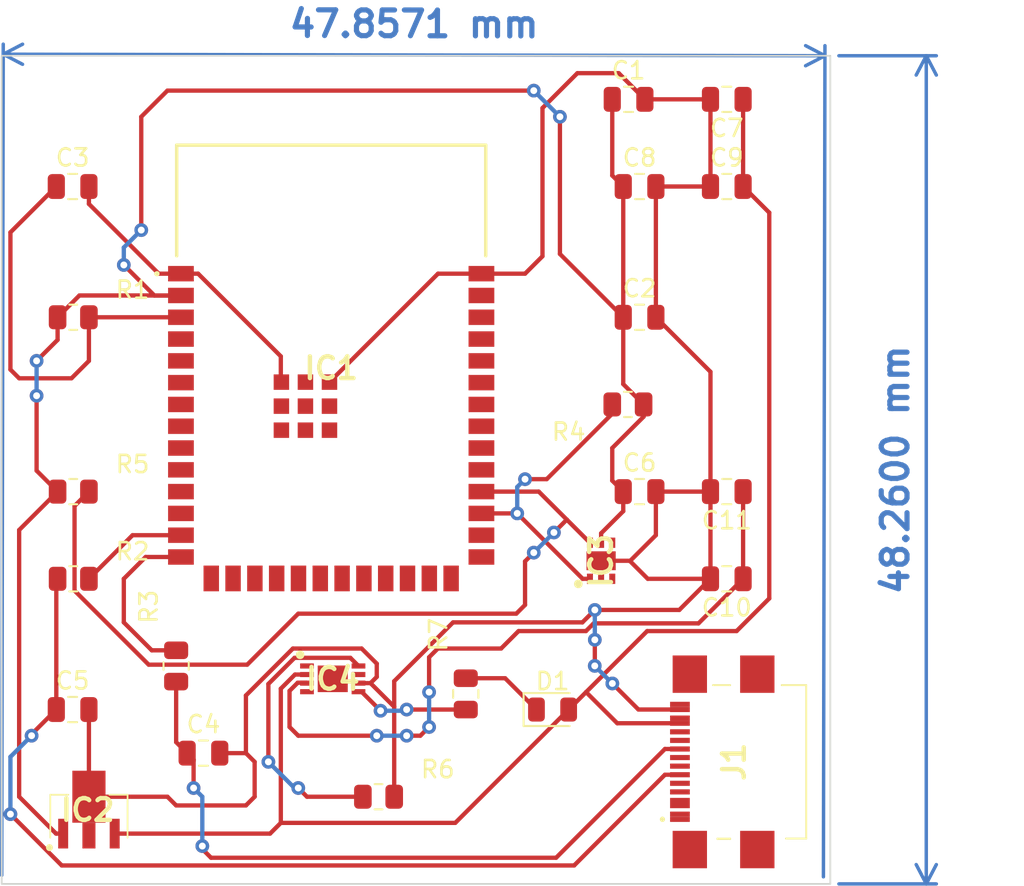
<source format=kicad_pcb>
(kicad_pcb (version 20221018) (generator pcbnew)
  (layers (0 "F.Cu" signal) (31 "B.Cu" signal) (34 "B.Paste" user) (35 "F.Paste" user) (36 "B.SilkS" user "B.Silkscreen") (37 "F.SilkS" user "F.Silkscreen") (38 "B.Mask" user) (39 "F.Mask" user) (44 "Edge.Cuts" user))
  (net 0 "")
  (net 1 "+3.3V")
  (net 2 "GND")
  (net 3 "EN")
  (net 4 "Net-(C4-Pad1)")
  (net 5 "Net-(C5-Pad1)")
  (net 6 "+5V")
  (net 7 "Net-(IC4-VBAT_1)")
  (net 8 "Net-(D1-K)")
  (net 18 "Net-(IC1-IO19)")
  (net 19 "Net-(IC1-IO20)")
  (net 34 "I2C{slash}SCL")
  (net 35 "I2C{slash}SDA")
  (net 48 "Net-(IC4-STAT)")
  (net 50 "Net-(IC4-PROG)")
  (footprint "Capacitor_SMD:C_0805_2012Metric" (layer "F.Cu") (at 49.85 38.1)
    (fp_text reference "C6" (at 0 -1.68) (layer "F.SilkS"))
    (fp_text value "0.1uF")
    (fp_line (start -0.261252 -0.735) (end 0.261252 -0.735) (stroke (width 0.12)) (layer "F.SilkS"))
    (fp_line (start -0.261252 0.735) (end 0.261252 0.735) (stroke (width 0.12)) (layer "F.SilkS"))
    (pad "1" smd roundrect (at -0.95 0) (size 1 1.45) (layers "F.Cu" "F.Paste" "F.Mask") (net 1 "+3.3V"))
    (pad "2" smd roundrect (at 0.95 0) (size 1 1.45) (layers "F.Cu" "F.Paste" "F.Mask") (net 2 "GND"))
  )
  (footprint "Resistor_SMD:R_0805_2012Metric" (layer "F.Cu") (at 16.8675 43.18)
    (fp_text reference "R2" (at 3.4525 -1.595) (layer "F.SilkS"))
    (fp_text value "R")
    (fp_line (start -0.227064 -0.735) (end 0.227064 -0.735) (stroke (width 0.12)) (layer "F.SilkS"))
    (fp_line (start -0.227064 0.735) (end 0.227064 0.735) (stroke (width 0.12)) (layer "F.SilkS"))
    (pad "1" smd roundrect (at -0.9125 0) (size 1.025 1.4) (layers "F.Cu" "F.Paste" "F.Mask") (roundrect_rratio 0.243902) (net 5 "Net-(C5-Pad1)"))
    (pad "2" smd roundrect (at 0.9125 0) (size 1.025 1.4) (layers "F.Cu" "F.Paste" "F.Mask") (roundrect_rratio 0.243902) (net 18 "Net-(IC1-IO19)"))
  )
  (footprint "Capacitor_SMD:C_0805_2012Metric" (layer "F.Cu") (at 54.93 43.18 180)
    (fp_text reference "C10" (at 0 -1.68) (layer "F.SilkS"))
    (fp_text value "4.7uF")
    (fp_line (start -0.261252 -0.735) (end 0.261252 -0.735) (stroke (width 0.12)) (layer "F.SilkS"))
    (fp_line (start -0.261252 0.735) (end 0.261252 0.735) (stroke (width 0.12)) (layer "F.SilkS"))
    (pad "1" smd roundrect (at -0.95 0 180) (size 1 1.45) (layers "F.Cu" "F.Paste" "F.Mask") (net 7 "Net-(IC4-VBAT_1)"))
    (pad "2" smd roundrect (at 0.95 0 180) (size 1 1.45) (layers "F.Cu" "F.Paste" "F.Mask") (net 2 "GND"))
  )
  (footprint "Capacitor_SMD:C_0805_2012Metric" (layer "F.Cu") (at 49.21 15.24)
    (fp_text reference "C1" (at 0 -1.68) (layer "F.SilkS"))
    (fp_text value "22uF")
    (fp_line (start -0.261252 -0.735) (end 0.261252 -0.735) (stroke (width 0.12)) (layer "F.SilkS"))
    (fp_line (start -0.261252 0.735) (end 0.261252 0.735) (stroke (width 0.12)) (layer "F.SilkS"))
    (pad "1" smd roundrect (at -0.95 0) (size 1 1.45) (layers "F.Cu" "F.Paste" "F.Mask") (net 1 "+3.3V"))
    (pad "2" smd roundrect (at 0.95 0) (size 1 1.45) (layers "F.Cu" "F.Paste" "F.Mask") (net 2 "GND"))
  )
  (footprint "Capacitor_SMD:C_0805_2012Metric" (layer "F.Cu") (at 24.45 53.34)
    (fp_text reference "C4" (at 0 -1.68) (layer "F.SilkS"))
    (fp_text value "1uF")
    (fp_line (start -0.261252 -0.735) (end 0.261252 -0.735) (stroke (width 0.12)) (layer "F.SilkS"))
    (fp_line (start -0.261252 0.735) (end 0.261252 0.735) (stroke (width 0.12)) (layer "F.SilkS"))
    (pad "1" smd roundrect (at -0.95 0) (size 1 1.45) (layers "F.Cu" "F.Paste" "F.Mask") (net 4 "Net-(C4-Pad1)"))
    (pad "2" smd roundrect (at 0.95 0) (size 1 1.45) (layers "F.Cu" "F.Paste" "F.Mask") (net 2 "GND"))
  )
  (footprint "Library:AP736539YG13" (layer "F.Cu") (at 17.78 58.145)
    (fp_text reference "IC2" (at -0.075 -1.49) (layer "F.SilkS") (effects (font (size 1.27 1.27) (thickness 0.254))))
    (fp_text value "AP7365-39YG-13" hide)
    (fp_line (start -2.3 0.6) (end -2.3 0.6) (stroke (width 0.2)) (layer "F.SilkS"))
    (fp_line (start -2.3 0.8) (end -2.3 0.8) (stroke (width 0.2)) (layer "F.SilkS"))
    (fp_line (start -2.25 -2.38) (end -2.25 0.12) (stroke (width 0.1)) (layer "F.SilkS"))
    (fp_line (start -1.2 -2.38) (end -2.25 -2.38) (stroke (width 0.1)) (layer "F.SilkS"))
    (fp_line (start 1.2 -2.38) (end 2.25 -2.38) (stroke (width 0.1)) (layer "F.SilkS"))
    (fp_line (start 2.25 -2.38) (end 2.25 0.12) (stroke (width 0.1)) (layer "F.SilkS"))
    (fp_arc (start -2.3 0.6) (mid -2.2 0.7) (end -2.3 0.8) (stroke (width 0.2)) (layer "F.SilkS"))
    (fp_arc (start -2.3 0.8) (mid -2.4 0.7) (end -2.3 0.6) (stroke (width 0.2)) (layer "F.SilkS"))
    (pad "1" smd rect (at -1.5 -0.115) (size 0.58 1.73) (layers "F.Cu" "F.Paste" "F.Mask") (net 1 "+3.3V"))
    (pad "2" smd rect (at 0 0) (size 0.76 1.5) (layers "F.Cu" "F.Paste" "F.Mask") (net 2 "GND"))
    (pad "3" smd rect (at 1.5 -0.115) (size 0.58 1.73) (layers "F.Cu" "F.Paste" "F.Mask") (net 6 "+5V"))
    (pad "4" smd rect (at 0 -2.265) (size 1.933 3.03) (layers "F.Cu" "F.Paste" "F.Mask") (net 2 "GND"))
  )
  (footprint "Capacitor_SMD:C_0805_2012Metric" (layer "F.Cu") (at 16.83 50.8)
    (fp_text reference "C5" (at 0 -1.68) (layer "F.SilkS"))
    (fp_text value "1uF")
    (fp_line (start -0.261252 -0.735) (end 0.261252 -0.735) (stroke (width 0.12)) (layer "F.SilkS"))
    (fp_line (start -0.261252 0.735) (end 0.261252 0.735) (stroke (width 0.12)) (layer "F.SilkS"))
    (pad "1" smd roundrect (at -0.95 0) (size 1 1.45) (layers "F.Cu" "F.Paste" "F.Mask") (net 5 "Net-(C5-Pad1)"))
    (pad "2" smd roundrect (at 0.95 0) (size 1 1.45) (layers "F.Cu" "F.Paste" "F.Mask") (net 2 "GND"))
  )
  (footprint "Resistor_SMD:R_0805_2012Metric" (layer "F.Cu") (at 34.6475 55.88)
    (fp_text reference "R6" (at 3.4525 -1.595) (layer "F.SilkS"))
    (fp_text value "4k")
    (fp_line (start -0.227064 -0.735) (end 0.227064 -0.735) (stroke (width 0.12)) (layer "F.SilkS"))
    (fp_line (start -0.227064 0.735) (end 0.227064 0.735) (stroke (width 0.12)) (layer "F.SilkS"))
    (pad "1" smd roundrect (at -0.9125 0) (size 1.025 1.4) (layers "F.Cu" "F.Paste" "F.Mask") (roundrect_rratio 0.243902) (net 50 "Net-(IC4-PROG)"))
    (pad "2" smd roundrect (at 0.9125 0) (size 1.025 1.4) (layers "F.Cu" "F.Paste" "F.Mask") (roundrect_rratio 0.243902) (net 2 "GND"))
  )
  (footprint "Resistor_SMD:R_0805_2012Metric" (layer "F.Cu") (at 16.8675 38.1)
    (fp_text reference "R5" (at 3.4525 -1.595) (layer "F.SilkS"))
    (fp_text value "5k")
    (fp_line (start -0.227064 -0.735) (end 0.227064 -0.735) (stroke (width 0.12)) (layer "F.SilkS"))
    (fp_line (start -0.227064 0.735) (end 0.227064 0.735) (stroke (width 0.12)) (layer "F.SilkS"))
    (pad "1" smd roundrect (at -0.9125 0) (size 1.025 1.4) (layers "F.Cu" "F.Paste" "F.Mask") (roundrect_rratio 0.243902) (net 1 "+3.3V"))
    (pad "2" smd roundrect (at 0.9125 0) (size 1.025 1.4) (layers "F.Cu" "F.Paste" "F.Mask") (roundrect_rratio 0.243902) (net 35 "I2C{slash}SDA"))
  )
  (footprint "Capacitor_SMD:C_0805_2012Metric" (layer "F.Cu") (at 49.85 27.94)
    (fp_text reference "C2" (at 0 -1.68) (layer "F.SilkS"))
    (fp_text value "0.1uF")
    (fp_line (start -0.261252 -0.735) (end 0.261252 -0.735) (stroke (width 0.12)) (layer "F.SilkS"))
    (fp_line (start -0.261252 0.735) (end 0.261252 0.735) (stroke (width 0.12)) (layer "F.SilkS"))
    (pad "1" smd roundrect (at -0.95 0) (size 1 1.45) (layers "F.Cu" "F.Paste" "F.Mask") (net 1 "+3.3V"))
    (pad "2" smd roundrect (at 0.95 0) (size 1 1.45) (layers "F.Cu" "F.Paste" "F.Mask") (net 2 "GND"))
  )
  (footprint "Resistor_SMD:R_0805_2012Metric" (layer "F.Cu") (at 22.86 48.26 90)
    (fp_text reference "R3" (at 3.4525 -1.595 90) (layer "F.SilkS"))
    (fp_text value "R")
    (fp_line (start -0.227064 -0.735) (end 0.227064 -0.735) (stroke (width 0.12)) (layer "F.SilkS"))
    (fp_line (start -0.227064 0.735) (end 0.227064 0.735) (stroke (width 0.12)) (layer "F.SilkS"))
    (pad "1" smd roundrect (at -0.9125 0 90) (size 1.025 1.4) (layers "F.Cu" "F.Paste" "F.Mask") (roundrect_rratio 0.243902) (net 4 "Net-(C4-Pad1)"))
    (pad "2" smd roundrect (at 0.9125 0 90) (size 1.025 1.4) (layers "F.Cu" "F.Paste" "F.Mask") (roundrect_rratio 0.243902) (net 19 "Net-(IC1-IO20)"))
  )
  (footprint "Resistor_SMD:R_0805_2012Metric" (layer "F.Cu") (at 49.1725 33.02 180)
    (fp_text reference "R4" (at 3.4525 -1.595) (layer "F.SilkS"))
    (fp_text value "5k")
    (fp_line (start -0.227064 -0.735) (end 0.227064 -0.735) (stroke (width 0.12)) (layer "F.SilkS"))
    (fp_line (start -0.227064 0.735) (end 0.227064 0.735) (stroke (width 0.12)) (layer "F.SilkS"))
    (pad "1" smd roundrect (at -0.9125 0 180) (size 1.025 1.4) (layers "F.Cu" "F.Paste" "F.Mask") (roundrect_rratio 0.243902) (net 1 "+3.3V"))
    (pad "2" smd roundrect (at 0.9125 0 180) (size 1.025 1.4) (layers "F.Cu" "F.Paste" "F.Mask") (roundrect_rratio 0.243902) (net 34 "I2C{slash}SCL"))
  )
  (footprint "Library:SON50P300X200X100-9N-D" (layer "F.Cu") (at 31.98 49.01)
    (fp_text reference "IC4" (at 0 0) (layer "F.SilkS") (effects (font (size 1.27 1.27) (thickness 0.254))))
    (fp_text value "MCP73831T-2DCI_MC" hide)
    (fp_circle (center -1.9 -1.4) (end -1.9 -1.275) (stroke (width 0.25)) (fill none) (layer "F.SilkS"))
    (pad "1" smd rect (at -1.5 -0.75 90) (size 0.3 0.8) (layers "F.Cu" "F.Paste" "F.Mask"))
    (pad "2" smd rect (at -1.5 -0.25 90) (size 0.3 0.8) (layers "F.Cu" "F.Paste" "F.Mask") (net 6 "+5V"))
    (pad "3" smd rect (at -1.5 0.25 90) (size 0.3 0.8) (layers "F.Cu" "F.Paste" "F.Mask") (net 7 "Net-(IC4-VBAT_1)"))
    (pad "4" smd rect (at -1.5 0.75 90) (size 0.3 0.8) (layers "F.Cu" "F.Paste" "F.Mask"))
    (pad "5" smd rect (at 1.5 0.75 90) (size 0.3 0.8) (layers "F.Cu" "F.Paste" "F.Mask") (net 48 "Net-(IC4-STAT)"))
    (pad "6" smd rect (at 1.5 0.25 90) (size 0.3 0.8) (layers "F.Cu" "F.Paste" "F.Mask") (net 2 "GND"))
    (pad "7" smd rect (at 1.5 -0.25 90) (size 0.3 0.8) (layers "F.Cu" "F.Paste" "F.Mask"))
    (pad "8" smd rect (at 1.5 -0.75 90) (size 0.3 0.8) (layers "F.Cu" "F.Paste" "F.Mask") (net 50 "Net-(IC4-PROG)"))
    (pad "9" smd rect (at 0 0 90) (size 1.55 1.75) (layers "F.Cu" "F.Paste" "F.Mask"))
  )
  (footprint "Library:ESP32S3WROOM1N8R8" (layer "F.Cu") (at 31.89 30.66)
    (fp_text reference "IC1" (at 0 0.25) (layer "F.SilkS") (effects (font (size 1.27 1.27) (thickness 0.254))))
    (fp_text value "ESP32-S3-WROOM-1-N8R8" hide)
    (fp_line (start -10.2 -5.26) (end -10.2 -5.26) (stroke (width 0.2)) (layer "F.SilkS"))
    (fp_line (start -10.2 -5.26) (end -10.2 -5.26) (stroke (width 0.2)) (layer "F.SilkS"))
    (fp_line (start -10.1 -5.26) (end -10.1 -5.26) (stroke (width 0.2)) (layer "F.SilkS"))
    (fp_line (start -9 -12.75) (end 9 -12.75) (stroke (width 0.2)) (layer "F.SilkS"))
    (fp_line (start -9 -6.3) (end -9 -12.75) (stroke (width 0.2)) (layer "F.SilkS"))
    (fp_line (start 9 -12.75) (end 9 -6.3) (stroke (width 0.2)) (layer "F.SilkS"))
    (fp_arc (start -10.2 -5.26) (mid -10.15 -5.31) (end -10.1 -5.26) (stroke (width 0.2)) (layer "F.SilkS"))
    (fp_arc (start -10.1 -5.26) (mid -10.15 -5.21) (end -10.2 -5.26) (stroke (width 0.2)) (layer "F.SilkS"))
    (fp_arc (start -10.1 -5.26) (mid -10.15 -5.21) (end -10.2 -5.26) (stroke (width 0.2)) (layer "F.SilkS"))
    (pad "1" smd rect (at -8.75 -5.26 90) (size 0.9 1.5) (layers "F.Cu" "F.Paste" "F.Mask") (net 2 "GND"))
    (pad "2" smd rect (at -8.75 -3.99 90) (size 0.9 1.5) (layers "F.Cu" "F.Paste" "F.Mask") (net 1 "+3.3V"))
    (pad "3" smd rect (at -8.75 -2.72 90) (size 0.9 1.5) (layers "F.Cu" "F.Paste" "F.Mask") (net 3 "EN"))
    (pad "4" smd rect (at -8.75 -1.45 90) (size 0.9 1.5) (layers "F.Cu" "F.Paste" "F.Mask"))
    (pad "5" smd rect (at -8.75 -0.18 90) (size 0.9 1.5) (layers "F.Cu" "F.Paste" "F.Mask"))
    (pad "6" smd rect (at -8.75 1.09 90) (size 0.9 1.5) (layers "F.Cu" "F.Paste" "F.Mask"))
    (pad "7" smd rect (at -8.75 2.36 90) (size 0.9 1.5) (layers "F.Cu" "F.Paste" "F.Mask"))
    (pad "8" smd rect (at -8.75 3.63 90) (size 0.9 1.5) (layers "F.Cu" "F.Paste" "F.Mask"))
    (pad "9" smd rect (at -8.75 4.9 90) (size 0.9 1.5) (layers "F.Cu" "F.Paste" "F.Mask"))
    (pad "10" smd rect (at -8.75 6.17 90) (size 0.9 1.5) (layers "F.Cu" "F.Paste" "F.Mask"))
    (pad "11" smd rect (at -8.75 7.44 90) (size 0.9 1.5) (layers "F.Cu" "F.Paste" "F.Mask"))
    (pad "12" smd rect (at -8.75 8.71 90) (size 0.9 1.5) (layers "F.Cu" "F.Paste" "F.Mask"))
    (pad "13" smd rect (at -8.75 9.98 90) (size 0.9 1.5) (layers "F.Cu" "F.Paste" "F.Mask") (net 18 "Net-(IC1-IO19)"))
    (pad "14" smd rect (at -8.75 11.25 90) (size 0.9 1.5) (layers "F.Cu" "F.Paste" "F.Mask") (net 19 "Net-(IC1-IO20)"))
    (pad "15" smd rect (at -6.985 12.5) (size 0.9 1.5) (layers "F.Cu" "F.Paste" "F.Mask"))
    (pad "16" smd rect (at -5.715 12.5) (size 0.9 1.5) (layers "F.Cu" "F.Paste" "F.Mask"))
    (pad "17" smd rect (at -4.445 12.5) (size 0.9 1.5) (layers "F.Cu" "F.Paste" "F.Mask"))
    (pad "18" smd rect (at -3.175 12.5) (size 0.9 1.5) (layers "F.Cu" "F.Paste" "F.Mask"))
    (pad "19" smd rect (at -1.905 12.5) (size 0.9 1.5) (layers "F.Cu" "F.Paste" "F.Mask"))
    (pad "20" smd rect (at -0.635 12.5) (size 0.9 1.5) (layers "F.Cu" "F.Paste" "F.Mask"))
    (pad "21" smd rect (at 0.635 12.5) (size 0.9 1.5) (layers "F.Cu" "F.Paste" "F.Mask"))
    (pad "22" smd rect (at 1.905 12.5) (size 0.9 1.5) (layers "F.Cu" "F.Paste" "F.Mask"))
    (pad "23" smd rect (at 3.175 12.5) (size 0.9 1.5) (layers "F.Cu" "F.Paste" "F.Mask"))
    (pad "24" smd rect (at 4.445 12.5) (size 0.9 1.5) (layers "F.Cu" "F.Paste" "F.Mask"))
    (pad "25" smd rect (at 5.715 12.5) (size 0.9 1.5) (layers "F.Cu" "F.Paste" "F.Mask"))
    (pad "26" smd rect (at 6.985 12.5) (size 0.9 1.5) (layers "F.Cu" "F.Paste" "F.Mask"))
    (pad "27" smd rect (at 8.75 11.25 90) (size 0.9 1.5) (layers "F.Cu" "F.Paste" "F.Mask"))
    (pad "28" smd rect (at 8.75 9.98 90) (size 0.9 1.5) (layers "F.Cu" "F.Paste" "F.Mask"))
    (pad "29" smd rect (at 8.75 8.71 90) (size 0.9 1.5) (layers "F.Cu" "F.Paste" "F.Mask") (net 34 "I2C{slash}SCL"))
    (pad "30" smd rect (at 8.75 7.44 90) (size 0.9 1.5) (layers "F.Cu" "F.Paste" "F.Mask") (net 35 "I2C{slash}SDA"))
    (pad "31" smd rect (at 8.75 6.17 90) (size 0.9 1.5) (layers "F.Cu" "F.Paste" "F.Mask"))
    (pad "32" smd rect (at 8.75 4.9 90) (size 0.9 1.5) (layers "F.Cu" "F.Paste" "F.Mask"))
    (pad "33" smd rect (at 8.75 3.63 90) (size 0.9 1.5) (layers "F.Cu" "F.Paste" "F.Mask"))
    (pad "34" smd rect (at 8.75 2.36 90) (size 0.9 1.5) (layers "F.Cu" "F.Paste" "F.Mask"))
    (pad "35" smd rect (at 8.75 1.09 90) (size 0.9 1.5) (layers "F.Cu" "F.Paste" "F.Mask"))
    (pad "36" smd rect (at 8.75 -0.18 90) (size 0.9 1.5) (layers "F.Cu" "F.Paste" "F.Mask"))
    (pad "37" smd rect (at 8.75 -1.45 90) (size 0.9 1.5) (layers "F.Cu" "F.Paste" "F.Mask"))
    (pad "38" smd rect (at 8.75 -2.72 90) (size 0.9 1.5) (layers "F.Cu" "F.Paste" "F.Mask"))
    (pad "39" smd rect (at 8.75 -3.99 90) (size 0.9 1.5) (layers "F.Cu" "F.Paste" "F.Mask"))
    (pad "40" smd rect (at 8.75 -5.26 90) (size 0.9 1.5) (layers "F.Cu" "F.Paste" "F.Mask") (net 2 "GND"))
    (pad "41" smd rect (at -1.5 2.46) (size 0.9 0.9) (layers "F.Cu" "F.Paste" "F.Mask") (net 2 "GND"))
    (pad "42" smd rect (at -1.5 1.06) (size 0.9 0.9) (layers "F.Cu" "F.Paste" "F.Mask") (net 2 "GND"))
    (pad "43" smd rect (at -2.9 1.06) (size 0.9 0.9) (layers "F.Cu" "F.Paste" "F.Mask") (net 2 "GND"))
    (pad "44" smd rect (at -2.9 2.46) (size 0.9 0.9) (layers "F.Cu" "F.Paste" "F.Mask") (net 2 "GND"))
    (pad "45" smd rect (at -2.9 3.86) (size 0.9 0.9) (layers "F.Cu" "F.Paste" "F.Mask") (net 2 "GND"))
    (pad "46" smd rect (at -1.5 3.86) (size 0.9 0.9) (layers "F.Cu" "F.Paste" "F.Mask") (net 2 "GND"))
    (pad "47" smd rect (at -0.1 3.86) (size 0.9 0.9) (layers "F.Cu" "F.Paste" "F.Mask") (net 2 "GND"))
    (pad "48" smd rect (at -0.1 2.46) (size 0.9 0.9) (layers "F.Cu" "F.Paste" "F.Mask") (net 2 "GND"))
    (pad "49" smd rect (at -0.1 1.06) (size 0.9 0.9) (layers "F.Cu" "F.Paste" "F.Mask") (net 2 "GND"))
  )
  (footprint "Capacitor_SMD:C_0805_2012Metric" (layer "F.Cu") (at 49.85 20.32)
    (fp_text reference "C8" (at 0 -1.68) (layer "F.SilkS"))
    (fp_text value "1uF")
    (fp_line (start -0.261252 -0.735) (end 0.261252 -0.735) (stroke (width 0.12)) (layer "F.SilkS"))
    (fp_line (start -0.261252 0.735) (end 0.261252 0.735) (stroke (width 0.12)) (layer "F.SilkS"))
    (pad "1" smd roundrect (at -0.95 0) (size 1 1.45) (layers "F.Cu" "F.Paste" "F.Mask") (net 1 "+3.3V"))
    (pad "2" smd roundrect (at 0.95 0) (size 1 1.45) (layers "F.Cu" "F.Paste" "F.Mask") (net 2 "GND"))
  )
  (footprint "Capacitor_SMD:C_0805_2012Metric" (layer "F.Cu") (at 54.93 38.1 180)
    (fp_text reference "C11" (at 0 -1.68) (layer "F.SilkS"))
    (fp_text value "C")
    (fp_line (start -0.261252 -0.735) (end 0.261252 -0.735) (stroke (width 0.12)) (layer "F.SilkS"))
    (fp_line (start -0.261252 0.735) (end 0.261252 0.735) (stroke (width 0.12)) (layer "F.SilkS"))
    (pad "1" smd roundrect (at -0.95 0 180) (size 1 1.45) (layers "F.Cu" "F.Paste" "F.Mask") (net 7 "Net-(IC4-VBAT_1)"))
    (pad "2" smd roundrect (at 0.95 0 180) (size 1 1.45) (layers "F.Cu" "F.Paste" "F.Mask") (net 2 "GND"))
  )
  (footprint "Capacitor_SMD:C_0805_2012Metric" (layer "F.Cu") (at 16.83 20.32)
    (fp_text reference "C3" (at 0 -1.68) (layer "F.SilkS"))
    (fp_text value "1uF")
    (fp_line (start -0.261252 -0.735) (end 0.261252 -0.735) (stroke (width 0.12)) (layer "F.SilkS"))
    (fp_line (start -0.261252 0.735) (end 0.261252 0.735) (stroke (width 0.12)) (layer "F.SilkS"))
    (pad "1" smd roundrect (at -0.95 0) (size 1 1.45) (layers "F.Cu" "F.Paste" "F.Mask") (net 3 "EN"))
    (pad "2" smd roundrect (at 0.95 0) (size 1 1.45) (layers "F.Cu" "F.Paste" "F.Mask") (net 2 "GND"))
  )
  (footprint "Capacitor_SMD:C_0805_2012Metric" (layer "F.Cu") (at 54.93 15.24 180)
    (fp_text reference "C7" (at 0 -1.68) (layer "F.SilkS"))
    (fp_text value "1uF")
    (fp_line (start -0.261252 -0.735) (end 0.261252 -0.735) (stroke (width 0.12)) (layer "F.SilkS"))
    (fp_line (start -0.261252 0.735) (end 0.261252 0.735) (stroke (width 0.12)) (layer "F.SilkS"))
    (pad "1" smd roundrect (at -0.95 0 180) (size 1 1.45) (layers "F.Cu" "F.Paste" "F.Mask") (net 6 "+5V"))
    (pad "2" smd roundrect (at 0.95 0 180) (size 1 1.45) (layers "F.Cu" "F.Paste" "F.Mask") (net 2 "GND"))
  )
  (footprint "Library:USB4110GFA" (layer "F.Cu") (at 55.88 53.848 90)
    (fp_text reference "J1" (at 0 -0.536 90) (layer "F.SilkS") (effects (font (size 1.27 1.27) (thickness 0.254))))
    (fp_text value "USB4110-GF-A" hide)
    (fp_line (start -4.5 -1.5) (end -4.5 -0.75) (stroke (width 0.1)) (layer "F.SilkS"))
    (fp_line (start -4.5 -0.75) (end -4.47 -0.75) (stroke (width 0.1)) (layer "F.SilkS"))
    (fp_line (start -4.47 -1.5) (end -4.5 -1.5) (stroke (width 0.1)) (layer "F.SilkS"))
    (fp_line (start -4.47 -0.75) (end -4.47 -1.5) (stroke (width 0.1)) (layer "F.SilkS"))
    (fp_line (start -4.47 2.5) (end -4.47 2.5) (stroke (width 0.1)) (layer "F.SilkS"))
    (fp_line (start -4.47 2.5) (end -4.47 3.677) (stroke (width 0.1)) (layer "F.SilkS"))
    (fp_line (start -4.47 3.677) (end -4.47 2.5) (stroke (width 0.1)) (layer "F.SilkS"))
    (fp_line (start -4.47 3.677) (end -4.47 3.677) (stroke (width 0.1)) (layer "F.SilkS"))
    (fp_line (start -4.47 3.677) (end -4.47 3.677) (stroke (width 0.1)) (layer "F.SilkS"))
    (fp_line (start -4.47 3.677) (end 4.47 3.677) (stroke (width 0.1)) (layer "F.SilkS"))
    (fp_line (start -3.4 -4.7) (end -3.4 -4.7) (stroke (width 0.2)) (layer "F.SilkS"))
    (fp_line (start -3.4 -4.7) (end -3.4 -4.7) (stroke (width 0.2)) (layer "F.SilkS"))
    (fp_line (start -3.3 -4.7) (end -3.3 -4.7) (stroke (width 0.2)) (layer "F.SilkS"))
    (fp_line (start 4.47 -1.75) (end 4.47 -1.75) (stroke (width 0.1)) (layer "F.SilkS"))
    (fp_line (start 4.47 -1.75) (end 4.47 -0.75) (stroke (width 0.1)) (layer "F.SilkS"))
    (fp_line (start 4.47 -0.75) (end 4.47 -1.75) (stroke (width 0.1)) (layer "F.SilkS"))
    (fp_line (start 4.47 -0.75) (end 4.47 -0.75) (stroke (width 0.1)) (layer "F.SilkS"))
    (fp_line (start 4.47 2.25) (end 4.47 2.25) (stroke (width 0.1)) (layer "F.SilkS"))
    (fp_line (start 4.47 2.25) (end 4.47 3.677) (stroke (width 0.1)) (layer "F.SilkS"))
    (fp_line (start 4.47 3.677) (end -4.47 3.677) (stroke (width 0.1)) (layer "F.SilkS"))
    (fp_line (start 4.47 3.677) (end 4.47 2.25) (stroke (width 0.1)) (layer "F.SilkS"))
    (fp_line (start 4.47 3.677) (end 4.47 3.677) (stroke (width 0.1)) (layer "F.SilkS"))
    (fp_line (start 4.47 3.677) (end 4.47 3.677) (stroke (width 0.1)) (layer "F.SilkS"))
    (fp_arc (start -3.4 -4.7) (mid -3.35 -4.75) (end -3.3 -4.7) (stroke (width 0.2)) (layer "F.SilkS"))
    (fp_arc (start -3.3 -4.7) (mid -3.35 -4.65) (end -3.4 -4.7) (stroke (width 0.2)) (layer "F.SilkS"))
    (fp_arc (start -3.3 -4.7) (mid -3.35 -4.65) (end -3.4 -4.7) (stroke (width 0.2)) (layer "F.SilkS"))
    (pad "" np_thru_hole circle (at -2.89 -2.603 90) (size 0.65 0.65) (drill 0.65) (layers "*.Cu" "*.Mask"))
    (pad "" np_thru_hole circle (at 2.89 -2.603 90) (size 0.65 0.65) (drill 0.65) (layers "*.Cu" "*.Mask"))
    (pad "A1" smd rect (at -3.35 -3.678 90) (size 0.3 1.15) (layers "F.Cu" "F.Paste" "F.Mask") (net 2 "GND"))
    (pad "A4" smd rect (at -2.55 -3.678 90) (size 0.3 1.15) (layers "F.Cu" "F.Paste" "F.Mask") (net 6 "+5V"))
    (pad "A5" smd rect (at -1.25 -3.678 90) (size 0.3 1.15) (layers "F.Cu" "F.Paste" "F.Mask"))
    (pad "A6" smd rect (at -0.25 -3.678 90) (size 0.3 1.15) (layers "F.Cu" "F.Paste" "F.Mask"))
    (pad "A7" smd rect (at 0.25 -3.678 90) (size 0.3 1.15) (layers "F.Cu" "F.Paste" "F.Mask"))
    (pad "A8" smd rect (at 1.25 -3.678 90) (size 0.3 1.15) (layers "F.Cu" "F.Paste" "F.Mask"))
    (pad "A9" smd rect (at 2.55 -3.678 90) (size 0.3 1.15) (layers "F.Cu" "F.Paste" "F.Mask") (net 6 "+5V"))
    (pad "A12" smd rect (at 3.35 -3.678 90) (size 0.3 1.15) (layers "F.Cu" "F.Paste" "F.Mask") (net 2 "GND"))
    (pad "B1" smd rect (at 3.05 -3.678 90) (size 0.3 1.15) (layers "F.Cu" "F.Paste" "F.Mask") (net 2 "GND"))
    (pad "B4" smd rect (at 2.25 -3.678 90) (size 0.3 1.15) (layers "F.Cu" "F.Paste" "F.Mask") (net 6 "+5V"))
    (pad "B5" smd rect (at 1.75 -3.678 90) (size 0.3 1.15) (layers "F.Cu" "F.Paste" "F.Mask"))
    (pad "B6" smd rect (at 0.75 -3.678 90) (size 0.3 1.15) (layers "F.Cu" "F.Paste" "F.Mask") (net 4 "Net-(C4-Pad1)"))
    (pad "B7" smd rect (at -0.75 -3.678 90) (size 0.3 1.15) (layers "F.Cu" "F.Paste" "F.Mask") (net 5 "Net-(C5-Pad1)"))
    (pad "B8" smd rect (at -1.75 -3.678 90) (size 0.3 1.15) (layers "F.Cu" "F.Paste" "F.Mask"))
    (pad "B9" smd rect (at -2.25 -3.678 90) (size 0.3 1.15) (layers "F.Cu" "F.Paste" "F.Mask") (net 6 "+5V"))
    (pad "B12" smd rect (at -3.05 -3.678 90) (size 0.3 1.15) (layers "F.Cu" "F.Paste" "F.Mask") (net 2 "GND"))
    (pad "MP1" smd rect (at -5.11 0.827 180) (size 2 2.18) (layers "F.Cu" "F.Paste" "F.Mask"))
    (pad "MP2" smd rect (at 5.11 0.827 180) (size 2 2.18) (layers "F.Cu" "F.Paste" "F.Mask"))
    (pad "MP3" smd rect (at -5.11 -3.103 180) (size 2 2.18) (layers "F.Cu" "F.Paste" "F.Mask"))
    (pad "MP4" smd rect (at 5.11 -3.103 180) (size 2 2.18) (layers "F.Cu" "F.Paste" "F.Mask"))
  )
  (footprint "LED_SMD:LED_0805_2012Metric" (layer "F.Cu") (at 44.7825 50.8)
    (fp_text reference "D1" (at 0 -1.65) (layer "F.SilkS"))
    (fp_text value "LED")
    (fp_line (start -1.685 -0.96) (end -1.685 0.96) (stroke (width 0.12)) (layer "F.SilkS"))
    (fp_line (start -1.685 0.96) (end 1 0.96) (stroke (width 0.12)) (layer "F.SilkS"))
    (fp_line (start 1 -0.96) (end -1.685 -0.96) (stroke (width 0.12)) (layer "F.SilkS"))
    (pad "1" smd roundrect (at -0.9375 0) (size 0.975 1.4) (layers "F.Cu" "F.Paste" "F.Mask") (net 8 "Net-(D1-K)"))
    (pad "2" smd roundrect (at 0.9375 0) (size 0.975 1.4) (layers "F.Cu" "F.Paste" "F.Mask") (net 6 "+5V"))
  )
  (footprint "Resistor_SMD:R_0805_2012Metric" (layer "F.Cu") (at 16.8675 27.94)
    (fp_text reference "R1" (at 3.4525 -1.595) (layer "F.SilkS"))
    (fp_text value "10k")
    (fp_line (start -0.227064 -0.735) (end 0.227064 -0.735) (stroke (width 0.12)) (layer "F.SilkS"))
    (fp_line (start -0.227064 0.735) (end 0.227064 0.735) (stroke (width 0.12)) (layer "F.SilkS"))
    (pad "1" smd roundrect (at -0.9125 0) (size 1.025 1.4) (layers "F.Cu" "F.Paste" "F.Mask") (roundrect_rratio 0.243902) (net 1 "+3.3V"))
    (pad "2" smd roundrect (at 0.9125 0) (size 1.025 1.4) (layers "F.Cu" "F.Paste" "F.Mask") (roundrect_rratio 0.243902) (net 3 "EN"))
  )
  (footprint "Resistor_SMD:R_0805_2012Metric" (layer "F.Cu") (at 39.7275 49.8875 90)
    (fp_text reference "R7" (at 3.4525 -1.595 90) (layer "F.SilkS"))
    (fp_text value "470")
    (fp_line (start -0.227064 -0.735) (end 0.227064 -0.735) (stroke (width 0.12)) (layer "F.SilkS"))
    (fp_line (start -0.227064 0.735) (end 0.227064 0.735) (stroke (width 0.12)) (layer "F.SilkS"))
    (pad "1" smd roundrect (at -0.9125 0 90) (size 1.025 1.4) (layers "F.Cu" "F.Paste" "F.Mask") (roundrect_rratio 0.243902) (net 48 "Net-(IC4-STAT)"))
    (pad "2" smd roundrect (at 0.9125 0 90) (size 1.025 1.4) (layers "F.Cu" "F.Paste" "F.Mask") (roundrect_rratio 0.243902) (net 8 "Net-(D1-K)"))
  )
  (footprint "Capacitor_SMD:C_0805_2012Metric" (layer "F.Cu") (at 54.93 20.32)
    (fp_text reference "C9" (at 0 -1.68) (layer "F.SilkS"))
    (fp_text value "C")
    (fp_line (start -0.261252 -0.735) (end 0.261252 -0.735) (stroke (width 0.12)) (layer "F.SilkS"))
    (fp_line (start -0.261252 0.735) (end 0.261252 0.735) (stroke (width 0.12)) (layer "F.SilkS"))
    (pad "1" smd roundrect (at -0.95 0) (size 1 1.45) (layers "F.Cu" "F.Paste" "F.Mask") (net 2 "GND"))
    (pad "2" smd roundrect (at 0.95 0) (size 1 1.45) (layers "F.Cu" "F.Paste" "F.Mask") (net 6 "+5V"))
  )
  (footprint "Library:SON65P200X200X80-7N" (layer "F.Cu") (at 47.61 42.13 90)
    (fp_text reference "IC3" (at 0 0 90) (layer "F.SilkS") (effects (font (size 1.27 1.27) (thickness 0.254))))
    (fp_text value "TMP117AIDRVR" hide)
    (fp_circle (center -1.35 -1.325) (end -1.35 -1.2) (stroke (width 0.25)) (fill none) (layer "F.SilkS"))
    (pad "1" smd rect (at -1.05 -0.65 180) (size 0.35 0.6) (layers "F.Cu" "F.Paste" "F.Mask") (net 34 "I2C{slash}SCL"))
    (pad "2" smd rect (at -1.05 0 180) (size 0.35 0.6) (layers "F.Cu" "F.Paste" "F.Mask") (net 2 "GND"))
    (pad "3" smd rect (at -1.05 0.65 180) (size 0.35 0.6) (layers "F.Cu" "F.Paste" "F.Mask"))
    (pad "4" smd rect (at 1.05 0.65 180) (size 0.35 0.6) (layers "F.Cu" "F.Paste" "F.Mask") (net 2 "GND"))
    (pad "5" smd rect (at 1.05 0 180) (size 0.35 0.6) (layers "F.Cu" "F.Paste" "F.Mask") (net 1 "+3.3V"))
    (pad "6" smd rect (at 1.05 -0.65 180) (size 0.35 0.6) (layers "F.Cu" "F.Paste" "F.Mask") (net 35 "I2C{slash}SDA"))
    (pad "7" smd rect (at 0 0 90) (size 1.1 1.7) (layers "F.Cu" "F.Paste" "F.Mask") (net 2 "GND"))
  )
  (gr_rect (start 12.7 12.7) (end 60.96 60.96) (stroke (width 0.1)) (fill none) (layer "Edge.Cuts"))
  (dimension (type aligned) (layer "B.Cu") (pts (xy 60.96 60.96) (xy 60.96 12.7)) (height 5.588) (gr_text "48,2600 mm" (at 64.748 36.83 90) (layer "B.Cu") (effects (font (size 1.5 1.5) (thickness 0.3)))) (format (prefix "") (suffix "") (units 3) (units_format 1) (precision 4)) (style (thickness 0.2) (arrow_length 1.27) (text_position_mode 0) (extension_height 0.58642) (extension_offset 0.5) keep_text_aligned))
  (dimension (type aligned) (layer "B.Cu") (pts (xy 12.7 60.96) (xy 60.557 61.048)) (height -48.348659) (gr_text "47,8571 mm" (at 36.720714 10.855426 359.894644) (layer "B.Cu") (effects (font (size 1.5 1.5) (thickness 0.3)))) (format (prefix "") (suffix "") (units 3) (units_format 1) (precision 4)) (style (thickness 0.2) (arrow_length 1.27) (text_position_mode 0) (extension_height 0.58642) (extension_offset 0.5) keep_text_aligned))
  (segment (start 48.26 37.46) (end 48.26 35.56) (width 0.25) (layer "F.Cu") (net 1))
  (segment (start 21.59 26.67) (end 19.812 24.892) (width 0.25) (layer "F.Cu") (net 1))
  (segment (start 22.352 14.732) (end 43.688 14.732) (width 0.25) (layer "F.Cu") (net 1))
  (segment (start 48.26 35.56) (end 50.085 33.735) (width 0.25) (layer "F.Cu") (net 1))
  (segment (start 15.866 58.03) (end 16.28 58.03) (width 0.25) (layer "F.Cu") (net 1))
  (segment (start 48.9 20.32) (end 48.9 27.94) (width 0.25) (layer "F.Cu") (net 1))
  (segment (start 13.716 40.339) (end 13.716 55.88) (width 0.25) (layer "F.Cu") (net 1))
  (segment (start 15.955 29.257) (end 14.732 30.48) (width 0.25) (layer "F.Cu") (net 1))
  (segment (start 50.085 33.735) (end 50.085 33.02) (width 0.25) (layer "F.Cu") (net 1))
  (segment (start 48.9 27.94) (end 45.212 24.252) (width 0.25) (layer "F.Cu") (net 1))
  (segment (start 48.9 31.835) (end 50.085 33.02) (width 0.25) (layer "F.Cu") (net 1))
  (segment (start 20.828 22.86) (end 20.828 16.256) (width 0.25) (layer "F.Cu") (net 1))
  (segment (start 13.716 55.88) (end 15.866 58.03) (width 0.25) (layer "F.Cu") (net 1))
  (segment (start 48.26 19.68) (end 48.9 20.32) (width 0.25) (layer "F.Cu") (net 1))
  (segment (start 48.9 38.1) (end 48.26 37.46) (width 0.25) (layer "F.Cu") (net 1))
  (segment (start 47.61 40.53) (end 47.61 41.08) (width 0.25) (layer "F.Cu") (net 1))
  (segment (start 15.955 38.1) (end 13.716 40.339) (width 0.25) (layer "F.Cu") (net 1))
  (segment (start 23.14 26.67) (end 21.59 26.67) (width 0.25) (layer "F.Cu") (net 1))
  (segment (start 48.9 38.1) (end 48.9 39.24) (width 0.25) (layer "F.Cu") (net 1))
  (segment (start 14.732 32.512) (end 14.732 36.877) (width 0.25) (layer "F.Cu") (net 1))
  (segment (start 14.732 36.877) (end 15.955 38.1) (width 0.25) (layer "F.Cu") (net 1))
  (segment (start 15.955 27.94) (end 15.955 29.257) (width 0.25) (layer "F.Cu") (net 1))
  (segment (start 45.212 24.252) (end 45.212 16.256) (width 0.25) (layer "F.Cu") (net 1))
  (segment (start 48.26 15.24) (end 48.26 19.68) (width 0.25) (layer "F.Cu") (net 1))
  (segment (start 20.828 16.256) (end 22.352 14.732) (width 0.25) (layer "F.Cu") (net 1))
  (segment (start 48.9 39.24) (end 47.61 40.53) (width 0.25) (layer "F.Cu") (net 1))
  (segment (start 23.14 26.67) (end 17.225 26.67) (width 0.25) (layer "F.Cu") (net 1))
  (segment (start 48.9 27.94) (end 48.9 31.835) (width 0.25) (layer "F.Cu") (net 1))
  (segment (start 17.225 26.67) (end 15.955 27.94) (width 0.25) (layer "F.Cu") (net 1))
  (via (at 20.828 22.86) (size 0.8) (drill 0.4) (layers "F.Cu" "B.Cu") (net 1))
  (via (at 19.812 24.892) (size 0.8) (drill 0.4) (layers "F.Cu" "B.Cu") (net 1))
  (via (at 43.688 14.732) (size 0.8) (drill 0.4) (layers "F.Cu" "B.Cu") (net 1))
  (via (at 45.212 16.256) (size 0.8) (drill 0.4) (layers "F.Cu" "B.Cu") (net 1))
  (via (at 14.732 32.512) (size 0.8) (drill 0.4) (layers "F.Cu" "B.Cu") (net 1))
  (via (at 14.732 30.48) (size 0.8) (drill 0.4) (layers "F.Cu" "B.Cu") (net 1))
  (segment (start 45.212 16.256) (end 43.688 14.732) (width 0.25) (layer "B.Cu") (net 1))
  (segment (start 14.732 30.48) (end 14.732 32.512) (width 0.25) (layer "B.Cu") (net 1))
  (segment (start 19.812 24.892) (end 19.812 23.876) (width 0.25) (layer "B.Cu") (net 1))
  (segment (start 19.812 23.876) (end 20.828 22.86) (width 0.25) (layer "B.Cu") (net 1))
  (segment (start 53.98 43.18) (end 50.326 43.18) (width 0.25) (layer "F.Cu") (net 2))
  (segment (start 34.18 49.26) (end 34.544 48.896) (width 0.25) (layer "F.Cu") (net 2))
  (segment (start 47.244 46.736) (end 47.244 48.251402) (width 0.25) (layer "F.Cu") (net 2))
  (segment (start 53.98 15.24) (end 53.98 20.32) (width 0.25) (layer "F.Cu") (net 2))
  (segment (start 28.956 31.686) (end 28.99 31.72) (width 0.25) (layer "F.Cu") (net 2))
  (segment (start 26.924 53.34) (end 27.432 53.848) (width 0.25) (layer "F.Cu") (net 2))
  (segment (start 34.544 48.896) (end 34.544 48.124) (width 0.25) (layer "F.Cu") (net 2))
  (segment (start 29.659604 47.244) (end 26.924 49.979604) (width 0.25) (layer "F.Cu") (net 2))
  (segment (start 35.56 50.64) (end 34.18 49.26) (width 0.25) (layer "F.Cu") (net 2))
  (segment (start 50.8 27.94) (end 53.98 31.12) (width 0.25) (layer "F.Cu") (net 2))
  (segment (start 33.664 47.244) (end 29.659604 47.244) (width 0.25) (layer "F.Cu") (net 2))
  (segment (start 44.196 15.748) (end 46.228 13.716) (width 0.25) (layer "F.Cu") (net 2))
  (segment (start 50.8 20.32) (end 50.8 27.94) (width 0.25) (layer "F.Cu") (net 2))
  (segment (start 43.18 25.4) (end 44.196 24.384) (width 0.25) (layer "F.Cu") (net 2))
  (segment (start 27.432 53.848) (end 27.432 55.88) (width 0.25) (layer "F.Cu") (net 2))
  (segment (start 27.432 55.88) (end 26.924 56.388) (width 0.25) (layer "F.Cu") (net 2))
  (segment (start 49.276 42.13) (end 47.61 42.13) (width 0.25) (layer "F.Cu") (net 2))
  (segment (start 21.844 25.4) (end 23.14 25.4) (width 0.25) (layer "F.Cu") (net 2))
  (segment (start 50.326 43.18) (end 49.276 42.13) (width 0.25) (layer "F.Cu") (net 2))
  (segment (start 38.987604 45.72) (end 46.5195 45.72) (width 0.25) (layer "F.Cu") (net 2))
  (segment (start 35.56 50.64) (end 35.56 49.147604) (width 0.25) (layer "F.Cu") (net 2))
  (segment (start 28.956 30.216) (end 28.956 31.686) (width 0.25) (layer "F.Cu") (net 2))
  (segment (start 22.352 55.88) (end 17.78 55.88) (width 0.25) (layer "F.Cu") (net 2))
  (segment (start 25.4 53.34) (end 26.924 53.34) (width 0.25) (layer "F.Cu") (net 2))
  (segment (start 49.31 42.13) (end 49.276 42.13) (width 0.25) (layer "F.Cu") (net 2))
  (segment (start 50.8 40.64) (end 49.31 42.13) (width 0.25) (layer "F.Cu") (net 2))
  (segment (start 53.98 20.32) (end 50.8 20.32) (width 0.25) (layer "F.Cu") (net 2))
  (segment (start 33.48 49.26) (end 34.18 49.26) (width 0.25) (layer "F.Cu") (net 2))
  (segment (start 26.924 49.979604) (end 26.924 53.34) (width 0.25) (layer "F.Cu") (net 2))
  (segment (start 35.56 49.147604) (end 38.987604 45.72) (width 0.25) (layer "F.Cu") (net 2))
  (segment (start 46.5195 45.72) (end 47.244 44.9955) (width 0.25) (layer "F.Cu") (net 2))
  (segment (start 53.98 38.1) (end 50.8 38.1) (width 0.25) (layer "F.Cu") (net 2))
  (segment (start 52.1645 44.9955) (end 47.244 44.9955) (width 0.25) (layer "F.Cu") (net 2))
  (segment (start 47.244 48.251402) (end 47.239701 48.255701) (width 0.25) (layer "F.Cu") (net 2))
  (segment (start 17.78 50.8) (end 17.78 55.88) (width 0.25) (layer "F.Cu") (net 2))
  (segment (start 40.64 25.4) (end 38.11 25.4) (width 0.25) (layer "F.Cu") (net 2))
  (segment (start 53.98 43.18) (end 52.1645 44.9955) (width 0.25) (layer "F.Cu") (net 2))
  (segment (start 38.11 25.4) (end 31.79 31.72) (width 0.25) (layer "F.Cu") (net 2))
  (segment (start 35.56 55.88) (end 35.56 50.64) (width 0.25) (layer "F.Cu") (net 2))
  (segment (start 53.98 15.24) (end 50.16 15.24) (width 0.25) (layer "F.Cu") (net 2))
  (segment (start 23.14 25.4) (end 24.14 25.4) (width 0.25) (layer "F.Cu") (net 2))
  (segment (start 48.264299 49.280299) (end 49.782 50.798) (width 0.25) (layer "F.Cu") (net 2))
  (segment (start 53.98 38.1) (end 53.98 43.18) (width 0.25) (layer "F.Cu") (net 2))
  (segment (start 24.14 25.4) (end 28.956 30.216) (width 0.25) (layer "F.Cu") (net 2))
  (segment (start 40.64 25.4) (end 43.18 25.4) (width 0.25) (layer "F.Cu") (net 2))
  (segment (start 49.782 50.798) (end 52.202 50.798) (width 0.25) (layer "F.Cu") (net 2))
  (segment (start 22.86 56.388) (end 22.352 55.88) (width 0.25) (layer "F.Cu") (net 2))
  (segment (start 50.8 38.1) (end 50.8 40.64) (width 0.25) (layer "F.Cu") (net 2))
  (segment (start 53.98 31.12) (end 53.98 38.1) (width 0.25) (layer "F.Cu") (net 2))
  (segment (start 34.544 48.124) (end 33.664 47.244) (width 0.25) (layer "F.Cu") (net 2))
  (segment (start 46.228 13.716) (end 48.636 13.716) (width 0.25) (layer "F.Cu") (net 2))
  (segment (start 48.636 13.716) (end 50.16 15.24) (width 0.25) (layer "F.Cu") (net 2))
  (segment (start 44.196 24.384) (end 44.196 15.748) (width 0.25) (layer "F.Cu") (net 2))
  (segment (start 17.78 21.336) (end 21.844 25.4) (width 0.25) (layer "F.Cu") (net 2))
  (segment (start 17.78 20.32) (end 17.78 21.336) (width 0.25) (layer "F.Cu") (net 2))
  (segment (start 26.924 56.388) (end 22.86 56.388) (width 0.25) (layer "F.Cu") (net 2))
  (via (at 47.244 46.736) (size 0.8) (drill 0.4) (layers "F.Cu" "B.Cu") (net 2))
  (via (at 47.244 44.9955) (size 0.8) (drill 0.4) (layers "F.Cu" "B.Cu") (net 2))
  (via (at 48.264299 49.280299) (size 0.8) (drill 0.4) (layers "F.Cu" "B.Cu") (net 2))
  (via (at 47.239701 48.255701) (size 0.8) (drill 0.4) (layers "F.Cu" "B.Cu") (net 2))
  (segment (start 47.239701 48.255701) (end 48.264299 49.280299) (width 0.25) (layer "B.Cu") (net 2))
  (segment (start 47.244 44.9955) (end 47.244 46.736) (width 0.25) (layer "B.Cu") (net 2))
  (segment (start 13.716 31.496) (end 13.208 30.988) (width 0.25) (layer "F.Cu") (net 3))
  (segment (start 17.78 27.94) (end 23.14 27.94) (width 0.25) (layer "F.Cu") (net 3))
  (segment (start 16.764 31.496) (end 13.716 31.496) (width 0.25) (layer "F.Cu") (net 3))
  (segment (start 13.208 30.988) (end 13.208 22.992) (width 0.25) (layer "F.Cu") (net 3))
  (segment (start 17.78 27.94) (end 17.78 30.48) (width 0.25) (layer "F.Cu") (net 3))
  (segment (start 13.208 22.992) (end 15.88 20.32) (width 0.25) (layer "F.Cu") (net 3))
  (segment (start 17.78 30.48) (end 16.764 31.496) (width 0.25) (layer "F.Cu") (net 3))
  (segment (start 52.202 53.098) (end 51.327 53.098) (width 0.25) (layer "F.Cu") (net 4))
  (segment (start 24.384 58.928) (end 24.384 58.7545) (width 0.25) (layer "F.Cu") (net 4))
  (segment (start 44.989 59.436) (end 24.892 59.436) (width 0.25) (layer "F.Cu") (net 4))
  (segment (start 51.327 53.098) (end 44.989 59.436) (width 0.25) (layer "F.Cu") (net 4))
  (segment (start 23.876 55.372) (end 23.876 53.716) (width 0.25) (layer "F.Cu") (net 4))
  (segment (start 24.892 59.436) (end 24.384 58.928) (width 0.25) (layer "F.Cu") (net 4))
  (segment (start 23.876 53.716) (end 23.5 53.34) (width 0.25) (layer "F.Cu") (net 4))
  (segment (start 22.86 49.1725) (end 22.86 52.7) (width 0.25) (layer "F.Cu") (net 4))
  (segment (start 22.86 52.7) (end 23.5 53.34) (width 0.25) (layer "F.Cu") (net 4))
  (via (at 23.876 55.372) (size 0.8) (drill 0.4) (layers "F.Cu" "B.Cu") (net 4))
  (via (at 24.384 58.7545) (size 0.8) (drill 0.4) (layers "F.Cu" "B.Cu") (net 4))
  (segment (start 24.384 58.7545) (end 24.384 55.88) (width 0.25) (layer "B.Cu") (net 4))
  (segment (start 24.384 55.88) (end 23.876 55.372) (width 0.25) (layer "B.Cu") (net 4))
  (segment (start 16.198 59.886) (end 13.208 56.896) (width 0.25) (layer "F.Cu") (net 5))
  (segment (start 52.202 54.598) (end 51.327 54.598) (width 0.25) (layer "F.Cu") (net 5))
  (segment (start 15.88 43.255) (end 15.88 50.8) (width 0.25) (layer "F.Cu") (net 5))
  (segment (start 15.955 43.18) (end 15.88 43.255) (width 0.25) (layer "F.Cu") (net 5))
  (segment (start 14.4405 52.324) (end 14.4405 52.2395) (width 0.25) (layer "F.Cu") (net 5))
  (segment (start 51.327 54.598) (end 46.039 59.886) (width 0.25) (layer "F.Cu") (net 5))
  (segment (start 14.4405 52.2395) (end 15.88 50.8) (width 0.25) (layer "F.Cu") (net 5))
  (segment (start 46.039 59.886) (end 16.198 59.886) (width 0.25) (layer "F.Cu") (net 5))
  (via (at 14.4405 52.324) (size 0.8) (drill 0.4) (layers "F.Cu" "B.Cu") (net 5))
  (via (at 13.208 56.896) (size 0.8) (drill 0.4) (layers "F.Cu" "B.Cu") (net 5))
  (segment (start 13.208 56.896) (end 13.208 53.5565) (width 0.25) (layer "B.Cu") (net 5))
  (segment (start 13.208 53.5565) (end 14.4405 52.324) (width 0.25) (layer "B.Cu") (net 5))
  (segment (start 45.72 50.8) (end 39.116 57.404) (width 0.25) (layer "F.Cu") (net 6))
  (segment (start 52.202 51.598) (end 48.55 51.598) (width 0.25) (layer "F.Cu") (net 6))
  (segment (start 57.404 44.324396) (end 57.404 21.844) (width 0.25) (layer "F.Cu") (net 6))
  (segment (start 19.28 58.03) (end 28.33 58.03) (width 0.25) (layer "F.Cu") (net 6))
  (segment (start 28.956 57.404) (end 28.956 49.584) (width 0.25) (layer "F.Cu") (net 6))
  (segment (start 55.500396 46.228) (end 57.404 44.324396) (width 0.25) (layer "F.Cu") (net 6))
  (segment (start 28.33 58.03) (end 28.956 57.404) (width 0.25) (layer "F.Cu") (net 6))
  (segment (start 46.736 49.784) (end 50.292 46.228) (width 0.25) (layer "F.Cu") (net 6))
  (segment (start 57.404 21.844) (end 55.88 20.32) (width 0.25) (layer "F.Cu") (net 6))
  (segment (start 28.956 49.584) (end 29.78 48.76) (width 0.25) (layer "F.Cu") (net 6))
  (segment (start 50.292 46.228) (end 55.500396 46.228) (width 0.25) (layer "F.Cu") (net 6))
  (segment (start 39.116 57.404) (end 28.956 57.404) (width 0.25) (layer "F.Cu") (net 6))
  (segment (start 48.55 51.598) (end 46.736 49.784) (width 0.25) (layer "F.Cu") (net 6))
  (segment (start 45.72 50.8) (end 46.736 49.784) (width 0.25) (layer "F.Cu") (net 6))
  (segment (start 29.78 48.76) (end 30.48 48.76) (width 0.25) (layer "F.Cu") (net 6))
  (segment (start 55.88 15.24) (end 55.88 20.32) (width 0.25) (layer "F.Cu") (net 6))
  (segment (start 30.48 49.26) (end 30.455 49.235) (width 0.25) (layer "F.Cu") (net 7))
  (segment (start 36.2845 52.324) (end 37.084 52.324) (width 0.25) (layer "F.Cu") (net 7))
  (segment (start 29.941396 49.235) (end 29.464 49.712396) (width 0.25) (layer "F.Cu") (net 7))
  (segment (start 53.282 45.778) (end 55.88 43.18) (width 0.25) (layer "F.Cu") (net 7))
  (segment (start 30.455 49.235) (end 29.941396 49.235) (width 0.25) (layer "F.Cu") (net 7))
  (segment (start 37.084 52.324) (end 37.592 51.816) (width 0.25) (layer "F.Cu") (net 7))
  (segment (start 37.592 47.752) (end 38.1 47.244) (width 0.25) (layer "F.Cu") (net 7))
  (segment (start 38.1 47.244) (end 41.784396 47.244) (width 0.25) (layer "F.Cu") (net 7))
  (segment (start 29.464 51.816) (end 29.972 52.324) (width 0.25) (layer "F.Cu") (net 7))
  (segment (start 37.592 49.784) (end 37.592 47.752) (width 0.25) (layer "F.Cu") (net 7))
  (segment (start 47.176695 45.778) (end 53.282 45.778) (width 0.25) (layer "F.Cu") (net 7))
  (segment (start 29.464 49.712396) (end 29.464 51.816) (width 0.25) (layer "F.Cu") (net 7))
  (segment (start 42.800396 46.228) (end 46.726695 46.228) (width 0.25) (layer "F.Cu") (net 7))
  (segment (start 55.88 38.1) (end 55.88 43.18) (width 0.25) (layer "F.Cu") (net 7))
  (segment (start 46.726695 46.228) (end 47.176695 45.778) (width 0.25) (layer "F.Cu") (net 7))
  (segment (start 29.972 52.324) (end 34.544 52.324) (width 0.25) (layer "F.Cu") (net 7))
  (segment (start 41.784396 47.244) (end 42.800396 46.228) (width 0.25) (layer "F.Cu") (net 7))
  (via (at 34.544 52.324) (size 0.8) (drill 0.4) (layers "F.Cu" "B.Cu") (net 7))
  (via (at 37.592 49.784) (size 0.8) (drill 0.4) (layers "F.Cu" "B.Cu") (net 7))
  (via (at 36.2845 52.324) (size 0.8) (drill 0.4) (layers "F.Cu" "B.Cu") (net 7))
  (via (at 37.592 51.816) (size 0.8) (drill 0.4) (layers "F.Cu" "B.Cu") (net 7))
  (segment (start 37.592 51.816) (end 37.592 49.784) (width 0.25) (layer "B.Cu") (net 7))
  (segment (start 34.544 52.324) (end 36.2845 52.324) (width 0.25) (layer "B.Cu") (net 7))
  (segment (start 42.02 48.975) (end 39.7275 48.975) (width 0.25) (layer "F.Cu") (net 8))
  (segment (start 43.845 50.8) (end 42.02 48.975) (width 0.25) (layer "F.Cu") (net 8))
  (segment (start 20.32 40.64) (end 23.14 40.64) (width 0.25) (layer "F.Cu") (net 18))
  (segment (start 17.78 43.18) (end 20.32 40.64) (width 0.25) (layer "F.Cu") (net 18))
  (segment (start 19.812 43.18) (end 19.812 45.72) (width 0.25) (layer "F.Cu") (net 19))
  (segment (start 23.14 41.91) (end 21.082 41.91) (width 0.25) (layer "F.Cu") (net 19))
  (segment (start 19.812 45.72) (end 21.4395 47.3475) (width 0.25) (layer "F.Cu") (net 19))
  (segment (start 21.4395 47.3475) (end 22.86 47.3475) (width 0.25) (layer "F.Cu") (net 19))
  (segment (start 21.082 41.91) (end 19.812 43.18) (width 0.25) (layer "F.Cu") (net 19))
  (segment (start 46.96 43.18) (end 46.535 43.18) (width 0.25) (layer "F.Cu") (net 34))
  (segment (start 48.26 33.556396) (end 44.440896 37.3755) (width 0.25) (layer "F.Cu") (net 34))
  (segment (start 46.535 43.18) (end 42.725 39.37) (width 0.25) (layer "F.Cu") (net 34))
  (segment (start 48.26 33.02) (end 48.26 33.556396) (width 0.25) (layer "F.Cu") (net 34))
  (segment (start 44.440896 37.3755) (end 43.18 37.3755) (width 0.25) (layer "F.Cu") (net 34))
  (segment (start 42.725 39.37) (end 40.64 39.37) (width 0.25) (layer "F.Cu") (net 34))
  (via (at 43.18 37.3755) (size 0.8) (drill 0.4) (layers "F.Cu" "B.Cu") (net 34))
  (via (at 42.725 39.37) (size 0.8) (drill 0.4) (layers "F.Cu" "B.Cu") (net 34))
  (segment (start 42.725 37.8305) (end 43.18 37.3755) (width 0.25) (layer "B.Cu") (net 34))
  (segment (start 42.725 39.37) (end 42.725 37.8305) (width 0.25) (layer "B.Cu") (net 34))
  (segment (start 45.612 39.732) (end 43.98 38.1) (width 0.25) (layer "F.Cu") (net 35))
  (segment (start 16.9425 38.9375) (end 16.9425 43.868173) (width 0.25) (layer "F.Cu") (net 35))
  (segment (start 43.18 42.164) (end 43.688 41.656) (width 0.25) (layer "F.Cu") (net 35))
  (segment (start 29.972 45.212) (end 42.672 45.212) (width 0.25) (layer "F.Cu") (net 35))
  (segment (start 16.9425 43.868173) (end 21.259327 48.185) (width 0.25) (layer "F.Cu") (net 35))
  (segment (start 43.18 44.704) (end 43.18 42.164) (width 0.25) (layer "F.Cu") (net 35))
  (segment (start 17.78 38.1) (end 16.9425 38.9375) (width 0.25) (layer "F.Cu") (net 35))
  (segment (start 42.672 45.212) (end 43.18 44.704) (width 0.25) (layer "F.Cu") (net 35))
  (segment (start 26.999 48.185) (end 29.972 45.212) (width 0.25) (layer "F.Cu") (net 35))
  (segment (start 43.98 38.1) (end 40.64 38.1) (width 0.25) (layer "F.Cu") (net 35))
  (segment (start 46.96 41.08) (end 45.612 39.732) (width 0.25) (layer "F.Cu") (net 35))
  (segment (start 21.259327 48.185) (end 26.999 48.185) (width 0.25) (layer "F.Cu") (net 35))
  (segment (start 44.861799 40.482201) (end 45.612 39.732) (width 0.25) (layer "F.Cu") (net 35))
  (via (at 43.688 41.656) (size 0.8) (drill 0.4) (layers "F.Cu" "B.Cu") (net 35))
  (via (at 44.861799 40.482201) (size 0.8) (drill 0.4) (layers "F.Cu" "B.Cu") (net 35))
  (segment (start 43.688 41.656) (end 44.861799 40.482201) (width 0.25) (layer "B.Cu") (net 35))
  (segment (start 33.6554 49.76) (end 34.76545 50.87005) (width 0.25) (layer "F.Cu") (net 48))
  (segment (start 33.48 49.76) (end 33.6554 49.76) (width 0.25) (layer "F.Cu") (net 48))
  (segment (start 36.2845 50.8) (end 39.7275 50.8) (width 0.25) (layer "F.Cu") (net 48))
  (via (at 34.76545 50.87005) (size 0.8) (drill 0.4) (layers "F.Cu" "B.Cu") (net 48))
  (via (at 36.2845 50.8) (size 0.8) (drill 0.4) (layers "F.Cu" "B.Cu") (net 48))
  (segment (start 36.21445 50.87005) (end 36.2845 50.8) (width 0.25) (layer "B.Cu") (net 48))
  (segment (start 34.76545 50.87005) (end 36.21445 50.87005) (width 0.25) (layer "B.Cu") (net 48))
  (segment (start 28.2315 49.3085) (end 29.755 47.785) (width 0.25) (layer "F.Cu") (net 50))
  (segment (start 29.755 47.785) (end 33.005 47.785) (width 0.25) (layer "F.Cu") (net 50))
  (segment (start 30.48 55.88) (end 29.972 55.372) (width 0.25) (layer "F.Cu") (net 50))
  (segment (start 33.735 55.88) (end 30.48 55.88) (width 0.25) (layer "F.Cu") (net 50))
  (segment (start 28.2315 53.848) (end 28.2315 49.3085) (width 0.25) (layer "F.Cu") (net 50))
  (segment (start 33.005 47.785) (end 33.48 48.26) (width 0.25) (layer "F.Cu") (net 50))
  (via (at 28.2315 53.848) (size 0.8) (drill 0.4) (layers "F.Cu" "B.Cu") (net 50))
  (via (at 29.972 55.372) (size 0.8) (drill 0.4) (layers "F.Cu" "B.Cu") (net 50))
  (segment (start 29.7555 55.372) (end 28.2315 53.848) (width 0.25) (layer "B.Cu") (net 50))
  (segment (start 29.972 55.372) (end 29.7555 55.372) (width 0.25) (layer "B.Cu") (net 50))
)
</source>
